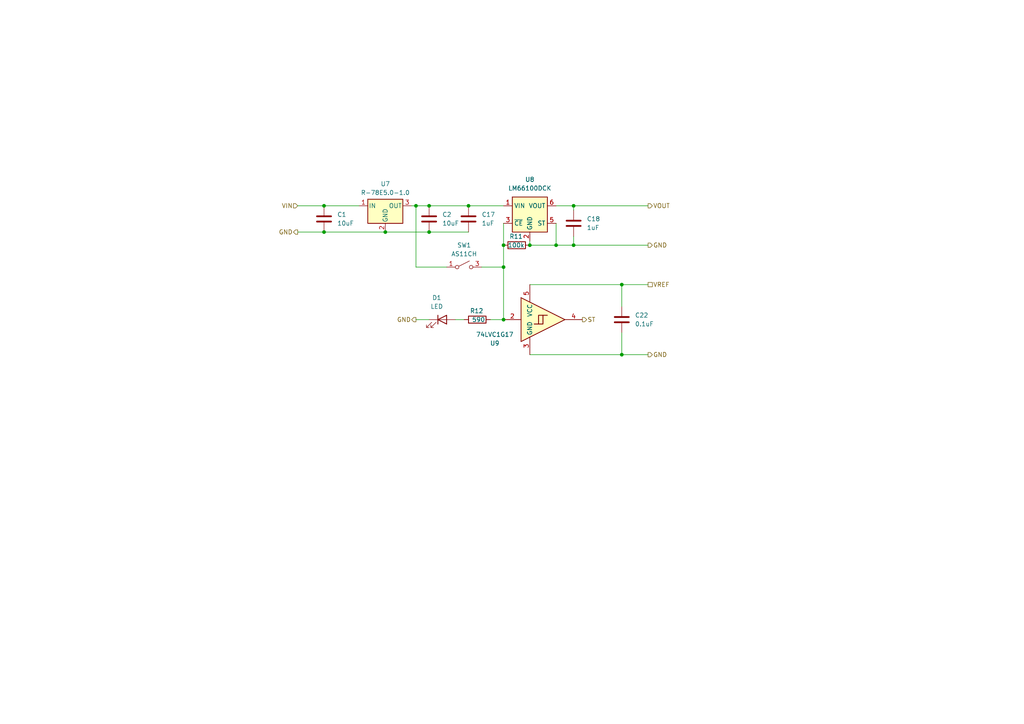
<source format=kicad_sch>
(kicad_sch (version 20250114) (generator "eeschema") (generator_version "9.0")
  (paper "A4")
  (title_block (title "Ryujin") (date "2025-09-06") (rev "64") (company "Julius-Maximilians-Universität Würzburg"))
  (lib_symbols
    (symbol "74xGxx:74LVC1G17"
      (property "Reference" "U" (at 0 3.81 0))
      (property "Value" "74LVC1G17" (at 0 -3.81 0))
      (symbol "74LVC1G17_0_1"
        (polyline (pts (xy -7.62 6.35) (xy -7.62 -6.35) (xy 5.08 0) (xy -7.62 6.35)) (stroke (width 0.254)) (fill (type background)))
        (polyline (pts (xy -3.81 -1.27) (xy -2.54 -1.27) (xy -2.54 1.27) (xy -1.27 1.27)) (stroke (width 0.254)) (fill (type background)))
        (polyline (pts (xy -2.54 -1.27) (xy -1.27 -1.27) (xy -1.27 1.27) (xy 0 1.27)) (stroke (width 0.254)) (fill (type background)))
      )
      (symbol "74LVC1G17_1_1"
        (pin input line (at -12.7 0 0) (length 5.08) (name "~") (number "2"))
        (pin no_connect line (at -7.62 5.08 180) (length 5.08) (hide yes) (name "NC") (number "1"))
        (pin power_in line (at -5.08 10.16 270) (length 5.08) (name "VCC") (number "5"))
        (pin power_in line (at -5.08 -10.16 90) (length 5.08) (name "GND") (number "3"))
        (pin output line (at 10.16 0 180) (length 5.08) (name "~") (number "4"))
      )
    )
    (symbol "Device:C" (pin_numbers (hide yes)) (pin_names (offset 0.254))
      (property "Reference" "C" (at 0.635 2.54 0))
      (property "Value" "C" (at 0.635 -2.54 0))
      (symbol "C_0_1"
        (polyline (pts (xy -2.032 0.762) (xy 2.032 0.762)) (stroke (width 0.508)))
        (polyline (pts (xy -2.032 -0.762) (xy 2.032 -0.762)) (stroke (width 0.508)))
      )
      (symbol "C_1_1"
        (pin passive line (at 0 3.81 270) (length 2.794) (name "~") (number "1"))
        (pin passive line (at 0 -3.81 90) (length 2.794) (name "~") (number "2"))
      )
    )
    (symbol "Device:LED" (pin_numbers (hide yes)) (pin_names (offset 1.016) (hide yes))
      (property "Reference" "D" (at 0 2.54 0))
      (property "Value" "LED" (at 0 -2.54 0))
      (symbol "LED_0_1"
        (polyline (pts (xy -3.048 -0.762) (xy -4.572 -2.286) (xy -3.81 -2.286) (xy -4.572 -2.286) (xy -4.572 -1.524)))
        (polyline (pts (xy -1.778 -0.762) (xy -3.302 -2.286) (xy -2.54 -2.286) (xy -3.302 -2.286) (xy -3.302 -1.524)))
        (polyline (pts (xy -1.27 0) (xy 1.27 0)))
        (polyline (pts (xy -1.27 -1.27) (xy -1.27 1.27)) (stroke (width 0.254)))
        (polyline (pts (xy 1.27 -1.27) (xy 1.27 1.27) (xy -1.27 0) (xy 1.27 -1.27)) (stroke (width 0.254)))
      )
      (symbol "LED_1_1"
        (pin passive line (at -3.81 0 0) (length 2.54) (name "K") (number "1"))
        (pin passive line (at 3.81 0 180) (length 2.54) (name "A") (number "2"))
      )
    )
    (symbol "Device:R" (pin_numbers (hide yes)) (pin_names (offset 0))
      (property "Reference" "R" (at 2.032 0 90))
      (property "Value" "R" (at 0 0 90))
      (symbol "R_0_1"
        (rectangle (start -1.016 -2.54) (end 1.016 2.54) (stroke (width 0.254)))
      )
      (symbol "R_1_1"
        (pin passive line (at 0 3.81 270) (length 1.27) (name "~") (number "1"))
        (pin passive line (at 0 -3.81 90) (length 1.27) (name "~") (number "2"))
      )
    )
    (symbol "NKK:AS11CH" (pin_names (offset 0) (hide yes))
      (property "Reference" "SW" (at 0 3.175 0))
      (property "Value" "AS11CH" (at 0 -2.54 0))
      (symbol "AS11CH_0_0"
        (circle (center -2.032 0) (radius 0.508))
        (polyline (pts (xy -1.524 0.254) (xy 1.524 1.778)))
        (circle (center 2.032 0) (radius 0.508))
      )
      (symbol "AS11CH_1_1"
        (pin passive line (at -5.08 0 0) (length 2.54) (name "A") (number "1"))
        (pin passive line (at -3.81 7.62 0) (length 2.54) (hide yes) (name "MH2") (number "MH2"))
        (pin passive line (at 3.81 7.62 180) (length 2.54) (hide yes) (name "MH1") (number "MH1"))
        (pin passive line (at 3.81 5.08 180) (length 2.54) (hide yes) (name "NC") (number "2"))
        (pin passive line (at 5.08 0 180) (length 2.54) (name "B") (number "3"))
      )
    )
    (symbol "Power_Management:LM66100DCK"
      (property "Reference" "U" (at -5.08 6.096 0))
      (property "Value" "LM66100DCK" (at 0.254 -6.35 0))
      (symbol "LM66100DCK_0_1"
        (rectangle (start -5.08 5.08) (end 5.08 -5.08) (stroke (width 0.254)) (fill (type background)))
      )
      (symbol "LM66100DCK_1_1"
        (pin power_in line (at -7.62 2.54 0) (length 2.54) (name "VIN") (number "1"))
        (pin input line (at -7.62 -2.54 0) (length 2.54) (name "~{CE}") (number "3"))
        (pin no_connect line (at 0 5.08 270) (length 2.54) (hide yes) (name "NC") (number "4"))
        (pin power_in line (at 0 -7.62 90) (length 2.54) (name "GND") (number "2"))
        (pin power_out line (at 7.62 2.54 180) (length 2.54) (name "VOUT") (number "6"))
        (pin open_collector line (at 7.62 -2.54 180) (length 2.54) (name "ST") (number "5"))
      )
    )
    (symbol "Regulator_Switching:R-78E5.0-1.0" (pin_names (offset 0.254))
      (property "Reference" "U" (at -3.81 3.175 0))
      (property "Value" "R-78E5.0-1.0" (at 0 3.175 0))
      (symbol "R-78E5.0-1.0_0_1"
        (rectangle (start -5.08 1.905) (end 5.08 -5.08) (stroke (width 0.254)) (fill (type background)))
      )
      (symbol "R-78E5.0-1.0_1_1"
        (pin power_in line (at -7.62 0 0) (length 2.54) (name "IN") (number "1"))
        (pin power_in line (at 0 -7.62 90) (length 2.54) (name "GND") (number "2"))
        (pin power_out line (at 7.62 0 180) (length 2.54) (name "OUT") (number "3"))
      )
    )
  )
  (junction (at 124.46 59.69))
  (junction (at 93.98 59.69))
  (junction (at 161.29 71.12))
  (junction (at 93.98 67.31))
  (junction (at 135.89 59.69))
  (junction (at 180.34 102.87))
  (junction (at 120.65 59.69))
  (junction (at 166.37 71.12))
  (junction (at 146.05 77.47))
  (junction (at 166.37 59.69))
  (junction (at 124.46 67.31))
  (junction (at 153.67 71.12))
  (junction (at 111.76 67.31))
  (junction (at 180.34 82.55))
  (junction (at 146.05 92.71))
  (junction (at 146.05 71.12))
  (wire (pts (xy 119.38 59.69) (xy 120.65 59.69)))
  (wire (pts (xy 86.36 59.69) (xy 93.98 59.69)))
  (wire (pts (xy 139.7 77.47) (xy 146.05 77.47)))
  (wire (pts (xy 180.34 82.55) (xy 180.34 88.9)))
  (wire (pts (xy 187.96 102.87) (xy 180.34 102.87)))
  (wire (pts (xy 161.29 71.12) (xy 166.37 71.12)))
  (wire (pts (xy 166.37 68.58) (xy 166.37 71.12)))
  (wire (pts (xy 180.34 96.52) (xy 180.34 102.87)))
  (wire (pts (xy 161.29 64.77) (xy 161.29 71.12)))
  (wire (pts (xy 135.89 59.69) (xy 146.05 59.69)))
  (wire (pts (xy 120.65 77.47) (xy 120.65 59.69)))
  (wire (pts (xy 86.36 67.31) (xy 93.98 67.31)))
  (wire (pts (xy 132.08 92.71) (xy 134.62 92.71)))
  (wire (pts (xy 180.34 102.87) (xy 153.67 102.87)))
  (wire (pts (xy 166.37 60.96) (xy 166.37 59.69)))
  (wire (pts (xy 161.29 59.69) (xy 166.37 59.69)))
  (wire (pts (xy 146.05 64.77) (xy 146.05 71.12)))
  (wire (pts (xy 166.37 59.69) (xy 187.96 59.69)))
  (wire (pts (xy 93.98 59.69) (xy 104.14 59.69)))
  (wire (pts (xy 187.96 82.55) (xy 180.34 82.55)))
  (wire (pts (xy 120.65 59.69) (xy 124.46 59.69)))
  (wire (pts (xy 161.29 71.12) (xy 153.67 71.12)))
  (wire (pts (xy 124.46 59.69) (xy 135.89 59.69)))
  (wire (pts (xy 153.67 69.85) (xy 153.67 71.12)))
  (wire (pts (xy 93.98 67.31) (xy 111.76 67.31)))
  (wire (pts (xy 166.37 71.12) (xy 187.96 71.12)))
  (wire (pts (xy 111.76 67.31) (xy 124.46 67.31)))
  (wire (pts (xy 124.46 67.31) (xy 135.89 67.31)))
  (wire (pts (xy 120.65 92.71) (xy 124.46 92.71)))
  (wire (pts (xy 146.05 77.47) (xy 146.05 92.71)))
  (wire (pts (xy 142.24 92.71) (xy 146.05 92.71)))
  (wire (pts (xy 146.05 71.12) (xy 146.05 77.47)))
  (wire (pts (xy 180.34 82.55) (xy 153.67 82.55)))
  (wire (pts (xy 120.65 77.47) (xy 129.54 77.47)))
  (hierarchical_label "VOUT" (shape output) (at 187.96 59.69 0))
  (hierarchical_label "GND" (shape output) (at 120.65 92.71 180))
  (hierarchical_label "ST" (shape output) (at 168.91 92.71 0))
  (hierarchical_label "VREF" (shape passive) (at 187.96 82.55 0))
  (hierarchical_label "GND" (shape output) (at 86.36 67.31 180))
  (hierarchical_label "GND" (shape output) (at 187.96 102.87 0))
  (hierarchical_label "GND" (shape output) (at 187.96 71.12 0))
  (hierarchical_label "VIN" (shape input) (at 86.36 59.69 180))
  (symbol (lib_id "Device:C") (at 135.89 63.5 0) (unit 1)
    (property "Reference" "C17" (at 139.7 62.2299 0) (effects (justify left)))
    (property "Value" "1uF" (at 139.7 64.7699 0) (effects (justify left)))
    (property "Footprint" "Capacitor_SMD:C_0603_1608Metric" (effects (hide yes)))
    (property "Description" "Unpolarized capacitor" (effects (hide yes)))
    (property "MPN" "1uF 6.3V 0603" (effects (hide yes)))
  )
  (symbol (lib_id "74xGxx:74LVC1G17") (at 158.75 92.71 0) (unit 1)
    (property "Reference" "U9" (at 143.51 99.568 0))
    (property "Value" "74LVC1G17" (at 143.51 97.028 0))
    (property "Footprint" "Package_TO_SOT_SMD:SOT-23-5" (effects (hide yes)))
    (property "Datasheet" "../../docs/sn74lvc1g17.pdf" (effects (hide yes)))
    (property "Description" "Single Schmitt Buffer Gate, Low-Voltage CMOS" (effects (hide yes)))
    (property "MPN" "SN74LVC1G17DBVT" (effects (hide yes)))
  )
  (symbol (lib_id "Device:C") (at 180.34 92.71 180) (unit 1)
    (property "Reference" "C22" (at 184.15 91.4399 0) (effects (justify right)))
    (property "Value" "0.1uF" (at 184.15 93.9799 0) (effects (justify right)))
    (property "Footprint" "Capacitor_SMD:C_0603_1608Metric" (effects (hide yes)))
    (property "Description" "Unpolarized capacitor" (effects (hide yes)))
    (property "MPN" "0.1uF 6.3V 0603" (effects (hide yes)))
  )
  (symbol (lib_id "Device:C") (at 166.37 64.77 0) (unit 1)
    (property "Reference" "C18" (at 170.18 63.4999 0) (effects (justify left)))
    (property "Value" "1uF" (at 170.18 66.0399 0) (effects (justify left)))
    (property "Footprint" "Capacitor_SMD:C_0603_1608Metric" (effects (hide yes)))
    (property "Description" "Unpolarized capacitor" (effects (hide yes)))
    (property "MPN" "1uF 6.3V 0603" (effects (hide yes)))
  )
  (symbol (lib_id "Device:LED") (at 128.27 92.71 0) (unit 1)
    (property "Reference" "D1" (at 126.6825 86.36 0))
    (property "Value" "LED" (at 126.6825 88.9 0))
    (property "Footprint" "LED_SMD:LED_0603_1608Metric" (effects (hide yes)))
    (property "Description" "Light emitting diode" (effects (hide yes)))
    (property "Sim.Pins" "1=K 2=A" (effects (hide yes)))
    (property "MPN" "LTST-C193KRKT-5A" (effects (hide yes)))
  )
  (symbol (lib_id "Device:R") (at 138.43 92.71 270) (unit 1)
    (property "Reference" "R12" (at 140.208 90.17 90) (effects (justify right)))
    (property "Value" "590" (at 140.716 92.71 90) (effects (justify right)))
    (property "Footprint" "Resistor_SMD:R_0603_1608Metric" (effects (hide yes)))
    (property "Description" "Resistor" (effects (hide yes)))
    (property "MPN" "590 0603" (effects (hide yes)))
  )
  (symbol (lib_id "Regulator_Switching:R-78E5.0-1.0") (at 111.76 59.69 0) (unit 1)
    (property "Reference" "U7" (at 111.76 53.34 0))
    (property "Value" "R-78E5.0-1.0" (at 111.76 55.88 0))
    (property "Footprint" "Converter_DCDC:Converter_DCDC_RECOM_R-78E-0.5_THT" (effects (hide yes)))
    (property "Datasheet" "https://www.recom-power.com/pdf/Innoline/R-78Exx-1.0.pdf" (effects (hide yes)))
    (property "Description" "1A Step-Down DC/DC-Regulator, 7-28V input, 5V fixed Output Voltage, LM78xx replacement, -40°C to +85°C, SIP3" (effects (hide yes)))
  )
  (symbol (lib_id "Device:R") (at 149.86 71.12 270) (unit 1)
    (property "Reference" "R11" (at 151.638 68.58 90) (effects (justify right)))
    (property "Value" "100k" (at 152.146 71.12 90) (effects (justify right)))
    (property "Footprint" "Resistor_SMD:R_0603_1608Metric" (effects (hide yes)))
    (property "Description" "Resistor" (effects (hide yes)))
    (property "MPN" "100k 0603" (effects (hide yes)))
  )
  (symbol (lib_id "Device:C") (at 93.98 63.5 0) (unit 1)
    (property "Reference" "C1" (at 97.79 62.2299 0) (effects (justify left)))
    (property "Value" "10uF" (at 97.79 64.7699 0) (effects (justify left)))
    (property "Footprint" "Capacitor_SMD:C_1206_3216Metric" (effects (hide yes)))
    (property "Description" "Unpolarized capacitor" (effects (hide yes)))
    (property "MPN" "10uF 16V 1206" (effects (hide yes)))
  )
  (symbol (lib_id "Device:C") (at 124.46 63.5 0) (unit 1)
    (property "Reference" "C2" (at 128.27 62.2299 0) (effects (justify left)))
    (property "Value" "10uF" (at 128.27 64.7699 0) (effects (justify left)))
    (property "Footprint" "Capacitor_SMD:C_0805_2012Metric" (effects (hide yes)))
    (property "Description" "Unpolarized capacitor" (effects (hide yes)))
    (property "MPN" "10uF 6.3V 0805" (effects (hide yes)))
  )
  (symbol (lib_id "NKK:AS11CH") (at 134.62 77.47 0) (unit 1)
    (property "Reference" "SW1" (at 134.62 71.12 0))
    (property "Value" "AS11CH" (at 134.62 73.66 0))
    (property "Footprint" "footprints:AS11CH" (effects (hide yes)))
    (property "Description" "Switch Slide ON None OFF SPST Side Slide 0.1A 28VAC 28VDC 0.4VA 50000Cycles PC Pins Bracket Mount/Through Hole" (effects (hide yes)))
  )
  (symbol (lib_id "Power_Management:LM66100DCK") (at 153.67 62.23 0) (unit 1)
    (property "Reference" "U8" (at 153.67 52.07 0))
    (property "Value" "LM66100DCK" (at 153.67 54.61 0))
    (property "Footprint" "Package_TO_SOT_SMD:SOT-363_SC-70-6" (effects (hide yes)))
    (property "Datasheet" "https://www.ti.com/lit/ds/symlink/lm66100.pdf" (effects (hide yes)))
    (property "Description" "Ideal Diode With Input Polarity Protection 1.5 - 5.5V  Input Voltage, 1.5A Output Current, Ron 141 mOhm, SC-70-6" (effects (hide yes)))
    (property "MPN" "LM66100DCKT" (effects (hide yes)))
  )
)
</source>
